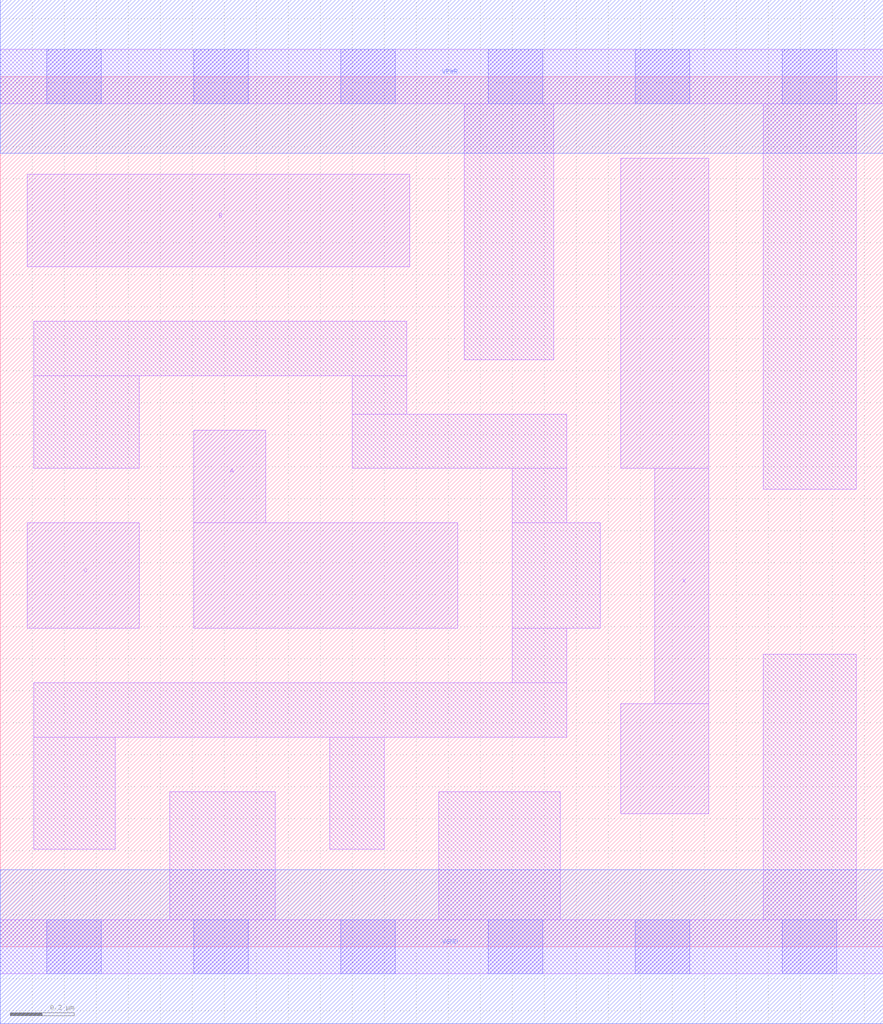
<source format=lef>
# Copyright 2020 The SkyWater PDK Authors
#
# Licensed under the Apache License, Version 2.0 (the "License");
# you may not use this file except in compliance with the License.
# You may obtain a copy of the License at
#
#     https://www.apache.org/licenses/LICENSE-2.0
#
# Unless required by applicable law or agreed to in writing, software
# distributed under the License is distributed on an "AS IS" BASIS,
# WITHOUT WARRANTIES OR CONDITIONS OF ANY KIND, either express or implied.
# See the License for the specific language governing permissions and
# limitations under the License.
#
# SPDX-License-Identifier: Apache-2.0

VERSION 5.7 ;
  NAMESCASESENSITIVE ON ;
  NOWIREEXTENSIONATPIN ON ;
  DIVIDERCHAR "/" ;
  BUSBITCHARS "[]" ;
UNITS
  DATABASE MICRONS 200 ;
END UNITS
MACRO sky130_fd_sc_hd__or3_2
  CLASS CORE ;
  FOREIGN sky130_fd_sc_hd__or3_2 ;
  ORIGIN  0.000000  0.000000 ;
  SIZE  2.760000 BY  2.720000 ;
  SYMMETRY X Y R90 ;
  SITE unithd ;
  PIN A
    ANTENNAGATEAREA  0.126000 ;
    DIRECTION INPUT ;
    USE SIGNAL ;
    PORT
      LAYER li1 ;
        RECT 0.605000 0.995000 1.430000 1.325000 ;
        RECT 0.605000 1.325000 0.830000 1.615000 ;
    END
  END A
  PIN B
    ANTENNAGATEAREA  0.126000 ;
    DIRECTION INPUT ;
    USE SIGNAL ;
    PORT
      LAYER li1 ;
        RECT 0.085000 2.125000 1.280000 2.415000 ;
    END
  END B
  PIN C
    ANTENNAGATEAREA  0.126000 ;
    DIRECTION INPUT ;
    USE SIGNAL ;
    PORT
      LAYER li1 ;
        RECT 0.085000 0.995000 0.435000 1.325000 ;
    END
  END C
  PIN X
    ANTENNADIFFAREA  0.445500 ;
    DIRECTION OUTPUT ;
    USE SIGNAL ;
    PORT
      LAYER li1 ;
        RECT 1.940000 0.415000 2.215000 0.760000 ;
        RECT 1.940000 1.495000 2.215000 2.465000 ;
        RECT 2.045000 0.760000 2.215000 1.495000 ;
    END
  END X
  PIN VGND
    DIRECTION INOUT ;
    SHAPE ABUTMENT ;
    USE GROUND ;
    PORT
      LAYER met1 ;
        RECT 0.000000 -0.240000 2.760000 0.240000 ;
    END
  END VGND
  PIN VPWR
    DIRECTION INOUT ;
    SHAPE ABUTMENT ;
    USE POWER ;
    PORT
      LAYER met1 ;
        RECT 0.000000 2.480000 2.760000 2.960000 ;
    END
  END VPWR
  OBS
    LAYER li1 ;
      RECT 0.000000 -0.085000 2.760000 0.085000 ;
      RECT 0.000000  2.635000 2.760000 2.805000 ;
      RECT 0.105000  0.305000 0.360000 0.655000 ;
      RECT 0.105000  0.655000 1.770000 0.825000 ;
      RECT 0.105000  1.495000 0.435000 1.785000 ;
      RECT 0.105000  1.785000 1.270000 1.955000 ;
      RECT 0.530000  0.085000 0.860000 0.485000 ;
      RECT 1.030000  0.305000 1.200000 0.655000 ;
      RECT 1.100000  1.495000 1.770000 1.665000 ;
      RECT 1.100000  1.665000 1.270000 1.785000 ;
      RECT 1.370000  0.085000 1.750000 0.485000 ;
      RECT 1.450000  1.835000 1.730000 2.635000 ;
      RECT 1.600000  0.825000 1.770000 0.995000 ;
      RECT 1.600000  0.995000 1.875000 1.325000 ;
      RECT 1.600000  1.325000 1.770000 1.495000 ;
      RECT 2.385000  0.085000 2.675000 0.915000 ;
      RECT 2.385000  1.430000 2.675000 2.635000 ;
    LAYER mcon ;
      RECT 0.145000 -0.085000 0.315000 0.085000 ;
      RECT 0.145000  2.635000 0.315000 2.805000 ;
      RECT 0.605000 -0.085000 0.775000 0.085000 ;
      RECT 0.605000  2.635000 0.775000 2.805000 ;
      RECT 1.065000 -0.085000 1.235000 0.085000 ;
      RECT 1.065000  2.635000 1.235000 2.805000 ;
      RECT 1.525000 -0.085000 1.695000 0.085000 ;
      RECT 1.525000  2.635000 1.695000 2.805000 ;
      RECT 1.985000 -0.085000 2.155000 0.085000 ;
      RECT 1.985000  2.635000 2.155000 2.805000 ;
      RECT 2.445000 -0.085000 2.615000 0.085000 ;
      RECT 2.445000  2.635000 2.615000 2.805000 ;
  END
END sky130_fd_sc_hd__or3_2
END LIBRARY

</source>
